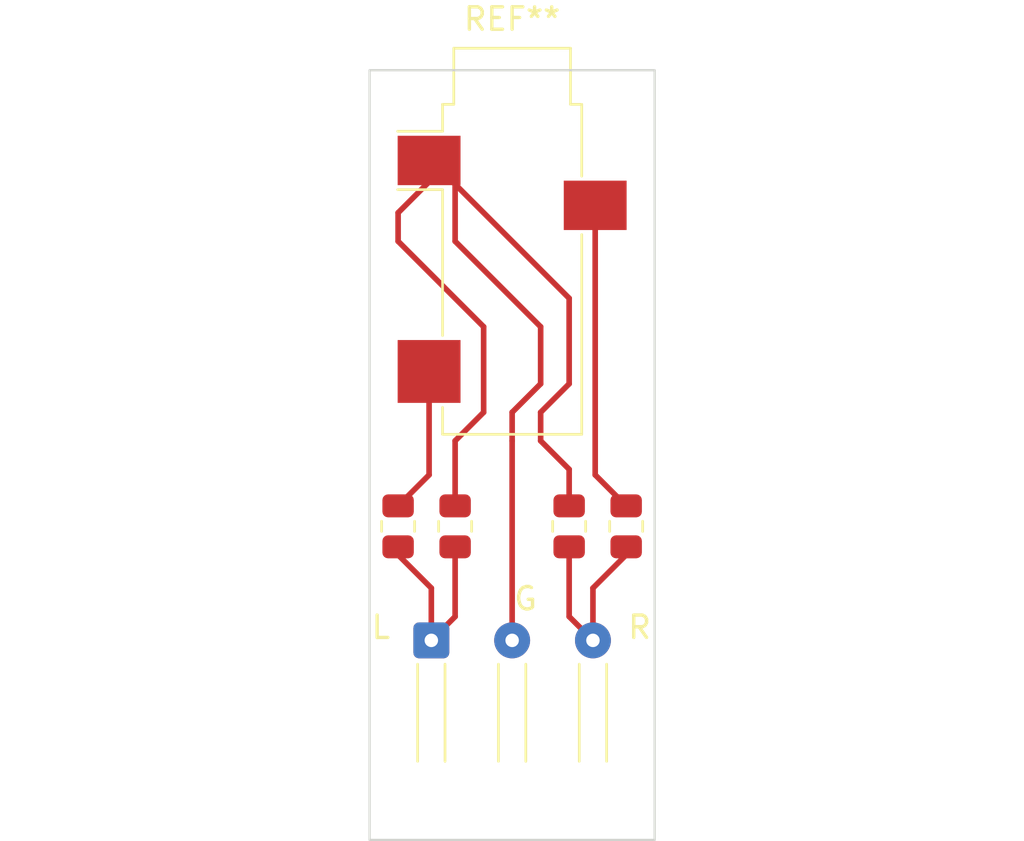
<source format=kicad_pcb>
(kicad_pcb (version 20221018) (generator pcbnew)
  (layers (0 "F.Cu" signal) (31 "B.Cu" signal) (34 "B.Paste" user) (35 "F.Paste" user) (36 "B.SilkS" user "B.Silkscreen") (37 "F.SilkS" user "F.Silkscreen") (38 "B.Mask" user) (39 "F.Mask" user) (44 "Edge.Cuts" user))
  (net 0 "")
  (footprint "Resistor_SMD:R_0805_2012Metric" (layer "F.Cu") (at 134.62 53.34 90)
    (fp_text reference "REF**" hide)
    (fp_text value "3,3")
    (fp_line (start -0.227064 -0.735) (end 0.227064 -0.735) (stroke (width 0.12)) (layer "F.SilkS"))
    (fp_line (start -0.227064 0.735) (end 0.227064 0.735) (stroke (width 0.12)) (layer "F.SilkS"))
    (pad "1" smd roundrect (at -0.9125 0 90) (size 1.025 1.4) (layers "F.Cu" "F.Paste" "F.Mask") (roundrect_rratio 0.243902439))
    (pad "2" smd roundrect (at 0.9125 0 90) (size 1.025 1.4) (layers "F.Cu" "F.Paste" "F.Mask") (roundrect_rratio 0.243902439))
  )
  (footprint "Connector_Wire:SolderWire-0.1sqmm_1x03_P3.6mm_D0.4mm_OD1mm_Relief" (layer "F.Cu") (at 128.48 58.42)
    (fp_text reference "REF**" hide)
    (fp_text value "SolderWire-0.1sqmm_1x03_P3.6mm_D0.4mm_OD1mm_Relief")
    (fp_line (start -0.61 1.06) (end -0.61 5.39) (stroke (width 0.12)) (layer "F.SilkS"))
    (fp_line (start 0.61 1.06) (end 0.61 5.39) (stroke (width 0.12)) (layer "F.SilkS"))
    (fp_line (start 2.99 1.06) (end 2.99 5.39) (stroke (width 0.12)) (layer "F.SilkS"))
    (fp_line (start 4.21 1.06) (end 4.21 5.39) (stroke (width 0.12)) (layer "F.SilkS"))
    (fp_line (start 6.59 1.06) (end 6.59 5.39) (stroke (width 0.12)) (layer "F.SilkS"))
    (fp_line (start 7.81 1.06) (end 7.81 5.39) (stroke (width 0.12)) (layer "F.SilkS"))
    (pad "" np_thru_hole circle (at 0 6) (size 1.5 1.5) (drill 1.5) (layers "*.Cu" "*.Mask"))
    (pad "" np_thru_hole circle (at 3.6 6) (size 1.5 1.5) (drill 1.5) (layers "*.Cu" "*.Mask"))
    (pad "" np_thru_hole circle (at 7.2 6) (size 1.5 1.5) (drill 1.5) (layers "*.Cu" "*.Mask"))
    (pad "1" thru_hole roundrect (at 0 0) (size 1.6 1.6) (drill 0.6) (layers "*.Cu" "*.Mask") (roundrect_rratio 0.15625))
    (pad "2" thru_hole circle (at 3.6 0) (size 1.6 1.6) (drill 0.6) (layers "*.Cu" "*.Mask"))
    (pad "3" thru_hole circle (at 7.2 0) (size 1.6 1.6) (drill 0.6) (layers "*.Cu" "*.Mask"))
  )
  (footprint "Resistor_SMD:R_0805_2012Metric" (layer "F.Cu") (at 127 53.34 90)
    (fp_text reference "REF**" hide)
    (fp_text value "33")
    (fp_line (start -0.227064 -0.735) (end 0.227064 -0.735) (stroke (width 0.12)) (layer "F.SilkS"))
    (fp_line (start -0.227064 0.735) (end 0.227064 0.735) (stroke (width 0.12)) (layer "F.SilkS"))
    (pad "1" smd roundrect (at -0.9125 0 90) (size 1.025 1.4) (layers "F.Cu" "F.Paste" "F.Mask") (roundrect_rratio 0.243902439))
    (pad "2" smd roundrect (at 0.9125 0 90) (size 1.025 1.4) (layers "F.Cu" "F.Paste" "F.Mask") (roundrect_rratio 0.243902439))
  )
  (footprint "Resistor_SMD:R_0805_2012Metric" (layer "F.Cu") (at 137.16 53.34 90)
    (fp_text reference "REF**" hide)
    (fp_text value "33")
    (fp_line (start -0.227064 -0.735) (end 0.227064 -0.735) (stroke (width 0.12)) (layer "F.SilkS"))
    (fp_line (start -0.227064 0.735) (end 0.227064 0.735) (stroke (width 0.12)) (layer "F.SilkS"))
    (pad "1" smd roundrect (at -0.9125 0 90) (size 1.025 1.4) (layers "F.Cu" "F.Paste" "F.Mask") (roundrect_rratio 0.243902439))
    (pad "2" smd roundrect (at 0.9125 0 90) (size 1.025 1.4) (layers "F.Cu" "F.Paste" "F.Mask") (roundrect_rratio 0.243902439))
  )
  (footprint "Resistor_SMD:R_0805_2012Metric" (layer "F.Cu") (at 129.54 53.34 90)
    (fp_text reference "REF**" hide)
    (fp_text value "3.3")
    (fp_line (start -0.227064 -0.735) (end 0.227064 -0.735) (stroke (width 0.12)) (layer "F.SilkS"))
    (fp_line (start -0.227064 0.735) (end 0.227064 0.735) (stroke (width 0.12)) (layer "F.SilkS"))
    (pad "1" smd roundrect (at -0.9125 0 90) (size 1.025 1.4) (layers "F.Cu" "F.Paste" "F.Mask") (roundrect_rratio 0.243902439))
    (pad "2" smd roundrect (at 0.9125 0 90) (size 1.025 1.4) (layers "F.Cu" "F.Paste" "F.Mask") (roundrect_rratio 0.243902439))
  )
  (footprint "Connector_Audio:Jack_3.5mm_CUI_SJ-3523-SMT_Horizontal" (layer "F.Cu") (at 132.08 40.64)
    (fp_text reference "REF**" (at 0 -9.9) (layer "F.SilkS"))
    (fp_text value "Jack_3.5mm_CUI_SJ-3523-SMT_Horizontal")
    (fp_line (start -3.1 -6.1) (end -2.6 -6.1) (stroke (width 0.12)) (layer "F.SilkS"))
    (fp_line (start -3.1 -4.9) (end -5.1 -4.9) (stroke (width 0.12)) (layer "F.SilkS"))
    (fp_line (start -3.1 -4.9) (end -3.1 -6.1) (stroke (width 0.12)) (layer "F.SilkS"))
    (fp_line (start -3.1 -2.3) (end -5.1 -2.3) (stroke (width 0.12)) (layer "F.SilkS"))
    (fp_line (start -3.1 4.2) (end -3.1 -2.3) (stroke (width 0.12)) (layer "F.SilkS"))
    (fp_line (start -3.1 8.6) (end -3.1 7.4) (stroke (width 0.12)) (layer "F.SilkS"))
    (fp_line (start -2.6 -8.6) (end 2.6 -8.6) (stroke (width 0.12)) (layer "F.SilkS"))
    (fp_line (start -2.6 -6.1) (end -2.6 -8.6) (stroke (width 0.12)) (layer "F.SilkS"))
    (fp_line (start 2.6 -8.6) (end 2.6 -6.1) (stroke (width 0.12)) (layer "F.SilkS"))
    (fp_line (start 2.6 -6.1) (end 3.1 -6.1) (stroke (width 0.12)) (layer "F.SilkS"))
    (fp_line (start 3.1 -6.1) (end 3.1 -2.9) (stroke (width 0.12)) (layer "F.SilkS"))
    (fp_line (start 3.1 -0.3) (end 3.1 8.6) (stroke (width 0.12)) (layer "F.SilkS"))
    (fp_line (start 3.1 8.6) (end -3.1 8.6) (stroke (width 0.12)) (layer "F.SilkS"))
    (pad "" np_thru_hole circle (at 0 -2.5) (size 1.7 1.7) (drill 1.7) (layers "*.Cu" "*.Mask"))
    (pad "" np_thru_hole circle (at 0 4.5) (size 1.7 1.7) (drill 1.7) (layers "*.Cu" "*.Mask"))
    (pad "R" smd rect (at 3.7 -1.6) (size 2.8 2.2) (layers "F.Cu" "F.Paste" "F.Mask"))
    (pad "S" smd rect (at -3.7 -3.6) (size 2.8 2.2) (layers "F.Cu" "F.Paste" "F.Mask"))
    (pad "T" smd rect (at -3.7 5.8) (size 2.8 2.8) (layers "F.Cu" "F.Paste" "F.Mask"))
  )
  (gr_poly (pts (xy 125.73 33.02) (xy 138.43 33.02) (xy 138.43 67.31) (xy 125.73 67.31)) (stroke (width 0.1)) (fill none) (layer "Edge.Cuts"))
  (gr_text "R" (at 137.16 58.42) (layer "F.SilkS") (effects (font (size 1 1)) (justify left bottom)))
  (gr_text "L" (at 125.73 58.42) (layer "F.SilkS") (effects (font (size 1 1)) (justify left bottom)))
  (gr_text "G" (at 132.08 57.15) (layer "F.SilkS") (effects (font (size 1 1)) (justify left bottom)))
  (segment (start 129.54 57.36) (end 129.54 54.2525) (width 0.25) (layer "F.Cu") (net 0))
  (segment (start 128.48 56.09) (end 128.48 58.42) (width 0.25) (layer "F.Cu") (net 0))
  (segment (start 130.81 48.26) (end 130.81 44.45) (width 0.25) (layer "F.Cu") (net 0))
  (segment (start 128.38 37.99) (end 128.38 37.04) (width 0.25) (layer "F.Cu") (net 0))
  (segment (start 133.35 49.53) (end 133.35 48.26) (width 0.25) (layer "F.Cu") (net 0))
  (segment (start 135.68 58.42) (end 135.68 56.09) (width 0.25) (layer "F.Cu") (net 0))
  (segment (start 134.62 52.4275) (end 134.62 50.8) (width 0.25) (layer "F.Cu") (net 0))
  (segment (start 127 39.37) (end 128.38 37.99) (width 0.25) (layer "F.Cu") (net 0))
  (segment (start 127 40.64) (end 127 39.37) (width 0.25) (layer "F.Cu") (net 0))
  (segment (start 128.38 51.0475) (end 127 52.4275) (width 0.25) (layer "F.Cu") (net 0))
  (segment (start 129.54 52.4275) (end 129.54 49.53) (width 0.25) (layer "F.Cu") (net 0))
  (segment (start 128.38 46.44) (end 128.38 51.0475) (width 0.25) (layer "F.Cu") (net 0))
  (segment (start 135.68 58.42) (end 134.62 57.36) (width 0.25) (layer "F.Cu") (net 0))
  (segment (start 134.62 57.36) (end 134.62 54.2525) (width 0.25) (layer "F.Cu") (net 0))
  (segment (start 133.35 44.45) (end 129.54 40.64) (width 0.25) (layer "F.Cu") (net 0))
  (segment (start 129.54 40.64) (end 129.54 38.1) (width 0.25) (layer "F.Cu") (net 0))
  (segment (start 134.62 50.8) (end 133.35 49.53) (width 0.25) (layer "F.Cu") (net 0))
  (segment (start 128.48 58.42) (end 129.54 57.36) (width 0.25) (layer "F.Cu") (net 0))
  (segment (start 133.35 46.99) (end 132.08 48.26) (width 0.25) (layer "F.Cu") (net 0))
  (segment (start 134.62 46.99) (end 134.62 43.18) (width 0.25) (layer "F.Cu") (net 0))
  (segment (start 130.81 44.45) (end 127 40.64) (width 0.25) (layer "F.Cu") (net 0))
  (segment (start 128.48 56.09) (end 127 54.61) (width 0.25) (layer "F.Cu") (net 0))
  (segment (start 128.48 37.04) (end 128.38 37.04) (width 0.25) (layer "F.Cu") (net 0))
  (segment (start 133.35 46.99) (end 133.35 44.45) (width 0.25) (layer "F.Cu") (net 0))
  (segment (start 135.78 39.04) (end 135.78 51.0475) (width 0.25) (layer "F.Cu") (net 0))
  (segment (start 134.62 43.18) (end 128.48 37.04) (width 0.25) (layer "F.Cu") (net 0))
  (segment (start 133.35 48.26) (end 134.62 46.99) (width 0.25) (layer "F.Cu") (net 0))
  (segment (start 129.54 49.53) (end 130.81 48.26) (width 0.25) (layer "F.Cu") (net 0))
  (segment (start 132.08 48.26) (end 132.08 49.53) (width 0.25) (layer "F.Cu") (net 0))
  (segment (start 135.78 51.0475) (end 137.16 52.4275) (width 0.25) (layer "F.Cu") (net 0))
  (segment (start 132.08 58.42) (end 132.08 49.53) (width 0.25) (layer "F.Cu") (net 0))
  (segment (start 135.68 56.09) (end 137.16 54.61) (width 0.25) (layer "F.Cu") (net 0))
)
</source>
